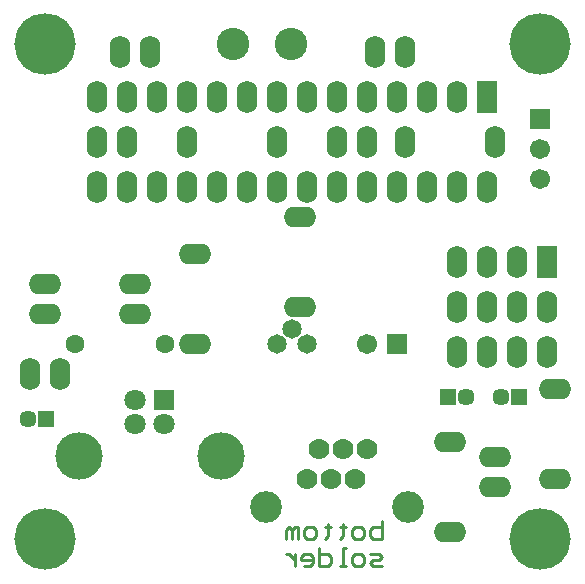
<source format=gbs>
%FSLAX23Y23*%
%MOIN*%
G70*
G01*
G75*
G04 Layer_Color=16711935*
G04 Layer_Color=16711935*
%ADD10C,0.025*%
%ADD11C,0.010*%
%ADD12C,0.020*%
%ADD13C,0.006*%
%ADD14C,0.055*%
%ADD15O,0.100X0.060*%
%ADD16O,0.060X0.100*%
%ADD17R,0.060X0.100*%
%ADD18C,0.055*%
%ADD19R,0.049X0.049*%
%ADD20C,0.049*%
%ADD21C,0.150*%
%ADD22R,0.063X0.063*%
%ADD23C,0.063*%
%ADD24C,0.059*%
%ADD25R,0.059X0.059*%
%ADD26C,0.197*%
%ADD27C,0.197*%
%ADD28C,0.098*%
%ADD29C,0.062*%
%ADD30C,0.057*%
%ADD31C,0.100*%
%ADD32C,0.063*%
%ADD33O,0.108X0.068*%
%ADD34O,0.068X0.108*%
%ADD35R,0.068X0.108*%
%ADD36C,0.063*%
%ADD37R,0.057X0.057*%
%ADD38C,0.057*%
%ADD39C,0.158*%
%ADD40R,0.071X0.071*%
%ADD41C,0.071*%
%ADD42C,0.067*%
%ADD43R,0.067X0.067*%
%ADD44C,0.205*%
%ADD45C,0.205*%
%ADD46C,0.106*%
%ADD47C,0.070*%
%ADD48C,0.065*%
%ADD49C,0.108*%
D11*
X3250Y3037D02*
X3220D01*
X3210Y3047D01*
X3220Y3057D01*
X3240D01*
X3250Y3067D01*
X3240Y3077D01*
X3210D01*
X3180Y3037D02*
X3160D01*
X3150Y3047D01*
Y3067D01*
X3160Y3077D01*
X3180D01*
X3190Y3067D01*
Y3047D01*
X3180Y3037D01*
X3130D02*
X3110D01*
X3120D01*
Y3097D01*
X3130D01*
X3040D02*
Y3037D01*
X3070D01*
X3080Y3047D01*
Y3067D01*
X3070Y3077D01*
X3040D01*
X2990Y3037D02*
X3010D01*
X3020Y3047D01*
Y3067D01*
X3010Y3077D01*
X2990D01*
X2980Y3067D01*
Y3057D01*
X3020D01*
X2960Y3077D02*
Y3037D01*
Y3057D01*
X2950Y3067D01*
X2940Y3077D01*
X2930D01*
X3250Y3185D02*
Y3125D01*
X3220D01*
X3210Y3135D01*
Y3145D01*
Y3155D01*
X3220Y3165D01*
X3250D01*
X3180Y3125D02*
X3160D01*
X3150Y3135D01*
Y3155D01*
X3160Y3165D01*
X3180D01*
X3190Y3155D01*
Y3135D01*
X3180Y3125D01*
X3120Y3175D02*
Y3165D01*
X3130D01*
X3110D01*
X3120D01*
Y3135D01*
X3110Y3125D01*
X3070Y3175D02*
Y3165D01*
X3080D01*
X3060D01*
X3070D01*
Y3135D01*
X3060Y3125D01*
X3020D02*
X3000D01*
X2990Y3135D01*
Y3155D01*
X3000Y3165D01*
X3020D01*
X3030Y3155D01*
Y3135D01*
X3020Y3125D01*
X2970D02*
Y3165D01*
X2960D01*
X2950Y3155D01*
Y3125D01*
Y3155D01*
X2940Y3165D01*
X2930Y3155D01*
Y3125D01*
D33*
X3625Y3400D02*
D03*
Y3300D02*
D03*
X3825Y3325D02*
D03*
Y3625D02*
D03*
X3475Y3150D02*
D03*
Y3450D02*
D03*
X2625Y3775D02*
D03*
Y4075D02*
D03*
X2975Y3900D02*
D03*
Y4200D02*
D03*
X2425Y3875D02*
D03*
Y3975D02*
D03*
X2125D02*
D03*
Y3875D02*
D03*
D34*
X2175Y3675D02*
D03*
X2075D02*
D03*
X3625Y4450D02*
D03*
X3325D02*
D03*
X2900D02*
D03*
X2600D02*
D03*
X3100D02*
D03*
X3200D02*
D03*
X2300D02*
D03*
X2400D02*
D03*
X3225Y4750D02*
D03*
X3325D02*
D03*
X2375D02*
D03*
X2475D02*
D03*
X3700Y3900D02*
D03*
X3800D02*
D03*
X3500D02*
D03*
X3600D02*
D03*
X3700Y4050D02*
D03*
X3600D02*
D03*
X3500D02*
D03*
X3800Y3750D02*
D03*
X3700D02*
D03*
X3600D02*
D03*
X3500D02*
D03*
X2300Y4300D02*
D03*
X2400D02*
D03*
X2500D02*
D03*
X2600D02*
D03*
X2700D02*
D03*
X2800D02*
D03*
X2900D02*
D03*
X3000D02*
D03*
X3100D02*
D03*
X3200D02*
D03*
X3300D02*
D03*
X3400D02*
D03*
X3500D02*
D03*
X3600D02*
D03*
X2300Y4600D02*
D03*
X2400D02*
D03*
X2500D02*
D03*
X2600D02*
D03*
X2700D02*
D03*
X2800D02*
D03*
X2900D02*
D03*
X3000D02*
D03*
X3100D02*
D03*
X3200D02*
D03*
X3300D02*
D03*
X3400D02*
D03*
X3500D02*
D03*
D35*
X3800Y4050D02*
D03*
X3600Y4600D02*
D03*
D36*
X2525Y3775D02*
D03*
X2225D02*
D03*
D37*
X3705Y3600D02*
D03*
X3470D02*
D03*
X2130Y3525D02*
D03*
D38*
X3645Y3600D02*
D03*
X3530D02*
D03*
X2070Y3525D02*
D03*
D39*
X2712Y3404D02*
D03*
X2238D02*
D03*
D40*
X2524Y3589D02*
D03*
D41*
X2426D02*
D03*
X2524Y3511D02*
D03*
X2426D02*
D03*
D42*
X3775Y4325D02*
D03*
Y4425D02*
D03*
X3200Y3775D02*
D03*
D43*
X3775Y4525D02*
D03*
X3300Y3775D02*
D03*
D44*
X2125Y3125D02*
D03*
D45*
X3775D02*
D03*
X2125Y4775D02*
D03*
X3775D02*
D03*
D46*
X3336Y3234D02*
D03*
X2864D02*
D03*
D47*
X3200Y3425D02*
D03*
X3160Y3325D02*
D03*
X3120Y3425D02*
D03*
X3080Y3325D02*
D03*
X3040Y3425D02*
D03*
X3000Y3325D02*
D03*
D48*
Y3775D02*
D03*
X2950Y3825D02*
D03*
X2900Y3775D02*
D03*
D49*
X2754Y4775D02*
D03*
X2946D02*
D03*
M02*

</source>
